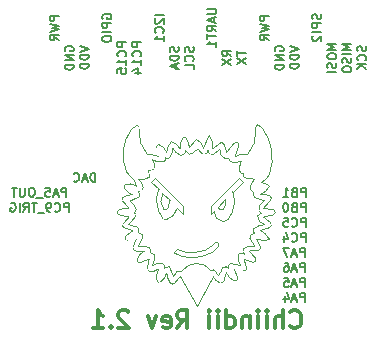
<source format=gbo>
G04 #@! TF.FileFunction,Legend,Bot*
%FSLAX46Y46*%
G04 Gerber Fmt 4.6, Leading zero omitted, Abs format (unit mm)*
G04 Created by KiCad (PCBNEW 4.0.2-stable) date Friday, March 18, 2016 'pmt' 12:09:26 pm*
%MOMM*%
G01*
G04 APERTURE LIST*
%ADD10C,0.100000*%
%ADD11C,0.300000*%
%ADD12C,0.190500*%
G04 APERTURE END LIST*
D10*
D11*
X81792857Y-69285714D02*
X81864286Y-69357143D01*
X82078572Y-69428571D01*
X82221429Y-69428571D01*
X82435714Y-69357143D01*
X82578572Y-69214286D01*
X82650000Y-69071429D01*
X82721429Y-68785714D01*
X82721429Y-68571429D01*
X82650000Y-68285714D01*
X82578572Y-68142857D01*
X82435714Y-68000000D01*
X82221429Y-67928571D01*
X82078572Y-67928571D01*
X81864286Y-68000000D01*
X81792857Y-68071429D01*
X81150000Y-69428571D02*
X81150000Y-67928571D01*
X80507143Y-69428571D02*
X80507143Y-68642857D01*
X80578572Y-68500000D01*
X80721429Y-68428571D01*
X80935714Y-68428571D01*
X81078572Y-68500000D01*
X81150000Y-68571429D01*
X79792857Y-69428571D02*
X79792857Y-68428571D01*
X79792857Y-67928571D02*
X79864286Y-68000000D01*
X79792857Y-68071429D01*
X79721429Y-68000000D01*
X79792857Y-67928571D01*
X79792857Y-68071429D01*
X79078571Y-69428571D02*
X79078571Y-68428571D01*
X79078571Y-67928571D02*
X79150000Y-68000000D01*
X79078571Y-68071429D01*
X79007143Y-68000000D01*
X79078571Y-67928571D01*
X79078571Y-68071429D01*
X78364285Y-68428571D02*
X78364285Y-69428571D01*
X78364285Y-68571429D02*
X78292857Y-68500000D01*
X78149999Y-68428571D01*
X77935714Y-68428571D01*
X77792857Y-68500000D01*
X77721428Y-68642857D01*
X77721428Y-69428571D01*
X76364285Y-69428571D02*
X76364285Y-67928571D01*
X76364285Y-69357143D02*
X76507142Y-69428571D01*
X76792856Y-69428571D01*
X76935714Y-69357143D01*
X77007142Y-69285714D01*
X77078571Y-69142857D01*
X77078571Y-68714286D01*
X77007142Y-68571429D01*
X76935714Y-68500000D01*
X76792856Y-68428571D01*
X76507142Y-68428571D01*
X76364285Y-68500000D01*
X75649999Y-69428571D02*
X75649999Y-68428571D01*
X75649999Y-67928571D02*
X75721428Y-68000000D01*
X75649999Y-68071429D01*
X75578571Y-68000000D01*
X75649999Y-67928571D01*
X75649999Y-68071429D01*
X74935713Y-69428571D02*
X74935713Y-68428571D01*
X74935713Y-67928571D02*
X75007142Y-68000000D01*
X74935713Y-68071429D01*
X74864285Y-68000000D01*
X74935713Y-67928571D01*
X74935713Y-68071429D01*
X72221427Y-69428571D02*
X72721427Y-68714286D01*
X73078570Y-69428571D02*
X73078570Y-67928571D01*
X72507142Y-67928571D01*
X72364284Y-68000000D01*
X72292856Y-68071429D01*
X72221427Y-68214286D01*
X72221427Y-68428571D01*
X72292856Y-68571429D01*
X72364284Y-68642857D01*
X72507142Y-68714286D01*
X73078570Y-68714286D01*
X71007142Y-69357143D02*
X71149999Y-69428571D01*
X71435713Y-69428571D01*
X71578570Y-69357143D01*
X71649999Y-69214286D01*
X71649999Y-68642857D01*
X71578570Y-68500000D01*
X71435713Y-68428571D01*
X71149999Y-68428571D01*
X71007142Y-68500000D01*
X70935713Y-68642857D01*
X70935713Y-68785714D01*
X71649999Y-68928571D01*
X70435713Y-68428571D02*
X70078570Y-69428571D01*
X69721428Y-68428571D01*
X68078571Y-68071429D02*
X68007142Y-68000000D01*
X67864285Y-67928571D01*
X67507142Y-67928571D01*
X67364285Y-68000000D01*
X67292856Y-68071429D01*
X67221428Y-68214286D01*
X67221428Y-68357143D01*
X67292856Y-68571429D01*
X68149999Y-69428571D01*
X67221428Y-69428571D01*
X66578571Y-69285714D02*
X66507143Y-69357143D01*
X66578571Y-69428571D01*
X66650000Y-69357143D01*
X66578571Y-69285714D01*
X66578571Y-69428571D01*
X65078571Y-69428571D02*
X65935714Y-69428571D01*
X65507142Y-69428571D02*
X65507142Y-67928571D01*
X65649999Y-68142857D01*
X65792857Y-68285714D01*
X65935714Y-68357143D01*
D10*
X68627260Y-59103380D02*
G75*
G02X68236040Y-58661196I816936J1116936D01*
G01*
X67598191Y-58393770D02*
G75*
G02X68467700Y-58130262I755247J-925789D01*
G01*
X67727260Y-58803380D02*
G75*
G02X67598191Y-58393770I36706J236706D01*
G01*
X67727259Y-58803380D02*
G75*
G02X68145261Y-59277936I-608747J-957572D01*
G01*
X68997428Y-58308209D02*
G75*
G02X68236040Y-58661196I-2973030J5415147D01*
G01*
X68510034Y-56870757D02*
X68739692Y-57389870D01*
X68627260Y-59103380D02*
G75*
G02X68579335Y-59670645I-218715J-267179D01*
G01*
X70338569Y-56723119D02*
X72712058Y-59095285D01*
X71001169Y-60163575D02*
G75*
G02X70638165Y-57656481I2134292J1588852D01*
G01*
X71087843Y-59373077D02*
G75*
G02X70990590Y-58034748I898190J737967D01*
G01*
X72712058Y-59095285D02*
X72712058Y-59724994D01*
X72712058Y-59724994D02*
X72226900Y-59245922D01*
X71594635Y-58613214D02*
G75*
G02X71431828Y-59262943I-1853296J119130D01*
G01*
X71266824Y-60255659D02*
G75*
G02X71001169Y-60163575I-65121J241369D01*
G01*
X71431826Y-59262944D02*
G75*
G02X71087842Y-59373077I-215880J82013D01*
G01*
X72226901Y-59245921D02*
G75*
G02X71266825Y-60255659I-1308927J283252D01*
G01*
X71594635Y-58613215D02*
X70990590Y-58034748D01*
X70338569Y-56723119D02*
X70028918Y-57042560D01*
X70638165Y-57656481D02*
X70638165Y-57656481D01*
X70028918Y-57042560D02*
X70638165Y-57656481D01*
X70990590Y-58034748D02*
X70990590Y-58034748D01*
X68881758Y-60891943D02*
G75*
G02X68978726Y-61412258I-555043J-372633D01*
G01*
X68978725Y-61412260D02*
G75*
G02X69298010Y-61712622I73930J-241293D01*
G01*
X68467700Y-61167150D02*
G75*
G02X67765187Y-60952947I1007369J4562947D01*
G01*
X67885041Y-61599364D02*
G75*
G02X68467700Y-61167150I3219913J-3731855D01*
G01*
X68061561Y-62052035D02*
G75*
G02X67885041Y-61599364I-26827J250291D01*
G01*
X68099841Y-60659147D02*
G75*
G02X68881758Y-60891943I-159588J-1965580D01*
G01*
X68689679Y-59977158D02*
G75*
G02X68099841Y-60659148I-2890439J1903814D01*
G01*
X68579335Y-59670646D02*
G75*
G02X68689679Y-59977158I-23687J-181645D01*
G01*
X67767307Y-60953494D02*
G75*
G02X67627260Y-60603380I57129J225919D01*
G01*
X67627260Y-60603380D02*
G75*
G02X68140763Y-60024061I3849644J-2895049D01*
G01*
X68140763Y-60024061D02*
G75*
G02X67281551Y-59828638I-39014J1815024D01*
G01*
X67287982Y-59830044D02*
G75*
G02X67233490Y-59452011I40058J198718D01*
G01*
X67233490Y-59452010D02*
G75*
G02X68145261Y-59277936I725885J-1327171D01*
G01*
X68817392Y-63614545D02*
G75*
G02X69427260Y-62903380I1059692J-291670D01*
G01*
X69957864Y-63070172D02*
G75*
G02X70274783Y-63178965I76684J-292612D01*
G01*
X69027261Y-63903381D02*
G75*
G02X68817391Y-63614545I-22189J204542D01*
G01*
X70274784Y-63178965D02*
G75*
G02X70082188Y-64155881I-1203081J-270259D01*
G01*
X69834891Y-63577239D02*
G75*
G02X69027260Y-63903380I-1701316J3049958D01*
G01*
X68758435Y-62899906D02*
G75*
G02X68464693Y-62593767I-21664J273206D01*
G01*
X69298010Y-61712622D02*
G75*
G02X68916434Y-62481333I-2271983J648717D01*
G01*
X68464693Y-62593767D02*
G75*
G02X68728824Y-61922138I5655423J-1836347D01*
G01*
X69827260Y-62603381D02*
G75*
G02X69957864Y-63070172I-314259J-339593D01*
G01*
X68916434Y-62481333D02*
G75*
G02X69827260Y-62603380I247642J-1611599D01*
G01*
X69427260Y-62903380D02*
G75*
G02X68758435Y-62899905I-313340J4058114D01*
G01*
X69687527Y-64387139D02*
G75*
G02X69834890Y-63577239I2861913J-102376D01*
G01*
X69827261Y-64603380D02*
G75*
G02X69688215Y-64369439I47359J186441D01*
G01*
X70657039Y-64408383D02*
G75*
G02X69863261Y-64628262I-691031J951931D01*
G01*
X70082188Y-64155881D02*
G75*
G02X70947646Y-63951554I692550J-998350D01*
G01*
X76527260Y-60203380D02*
G75*
G02X76026407Y-60366191I-389044J345021D01*
G01*
X75643622Y-62149452D02*
G75*
G02X75727260Y-62503380I-283866J-253928D01*
G01*
X76570667Y-64364860D02*
G75*
G02X76745664Y-63950916I253183J136928D01*
G01*
X76082879Y-64292319D02*
G75*
G02X76570666Y-64364859I207928J-278113D01*
G01*
X75212131Y-62418941D02*
G75*
G02X75643622Y-62149452I403911J-166537D01*
G01*
X78277481Y-62903610D02*
G75*
G02X78887081Y-63523664I-1392254J-1978469D01*
G01*
X78599749Y-63853089D02*
G75*
G02X77927260Y-63603380I92762J1280211D01*
G01*
X78887081Y-63523665D02*
G75*
G02X78599749Y-63853088I-218370J-99553D01*
G01*
X77442219Y-63160353D02*
G75*
G02X77927260Y-63203380I226732J-199500D01*
G01*
X77611612Y-64144416D02*
G75*
G02X77442219Y-63160353I685858J624672D01*
G01*
X78059666Y-64221920D02*
G75*
G02X77797356Y-64592408I-228561J-116279D01*
G01*
X78059667Y-64221921D02*
G75*
G02X77864202Y-63591615I4387331J1706028D01*
G01*
X77927260Y-63203380D02*
G75*
G02X77832017Y-62699708I197221J298135D01*
G01*
X77827259Y-62703380D02*
G75*
G02X78793770Y-62493505I702606J-905211D01*
G01*
X79083436Y-62845534D02*
G75*
G02X78277481Y-62903610I-582354J2460291D01*
G01*
X78793770Y-62493506D02*
G75*
G02X78365845Y-61832131I1078206J1166752D01*
G01*
X79227260Y-62503381D02*
G75*
G02X79083435Y-62845535I-241003J-99999D01*
G01*
X79227260Y-62503379D02*
G75*
G02X78952344Y-61916450I4327192J2384689D01*
G01*
X79256350Y-61160889D02*
G75*
G02X79984828Y-60934529I2200008J-5794737D01*
G01*
X79627261Y-61403380D02*
G75*
G02X79256351Y-61160889I329306J908615D01*
G01*
X79627260Y-61403380D02*
G75*
G02X80027260Y-61903380I-720106J-986085D01*
G01*
X80027260Y-61903380D02*
G75*
G02X79627260Y-62003380I-359684J588738D01*
G01*
X80127261Y-60503380D02*
G75*
G02X79960480Y-60940532I-189957J-177919D01*
G01*
X78778614Y-61390752D02*
G75*
G02X78672358Y-61022936I85643J223997D01*
G01*
X78435180Y-61544337D02*
G75*
G02X78778616Y-61390752I297014J-203386D01*
G01*
X78672357Y-61022936D02*
G75*
G02X79609569Y-60656327I1047515J-1296636D01*
G01*
X78365845Y-61832130D02*
G75*
G02X78435180Y-61544337I394885J57113D01*
G01*
X79627260Y-62003380D02*
G75*
G02X78952344Y-61916450I1276724J12575875D01*
G01*
X75911388Y-64651493D02*
G75*
G02X76082880Y-64292318I490696J-13761D01*
G01*
X76144321Y-65500847D02*
G75*
G02X75853672Y-65606148I-207405J118704D01*
G01*
X75241828Y-65060405D02*
X75241828Y-65060405D01*
X76362001Y-64743733D02*
G75*
G02X76144321Y-65500848I-4001615J740667D01*
G01*
X75717372Y-65011544D02*
G75*
G02X75427260Y-64603380I574244J715342D01*
G01*
X75853672Y-65606147D02*
G75*
G02X75241828Y-65060405I291173J942287D01*
G01*
X77035730Y-65423282D02*
G75*
G02X76362002Y-64743733I676914J1344869D01*
G01*
X77322216Y-65170987D02*
G75*
G02X77035730Y-65423282I-210762J-49478D01*
G01*
X77322217Y-65170987D02*
G75*
G02X77044346Y-64411470I9528891J3916750D01*
G01*
X76745664Y-63950916D02*
G75*
G02X77611612Y-64144416I42991J-1841996D01*
G01*
X74595300Y-54681594D02*
G75*
G02X74185444Y-54474902I-123258J265292D01*
G01*
X73832480Y-53462396D02*
G75*
G02X74427260Y-54203380I-265669J-822453D01*
G01*
X74927260Y-53103380D02*
G75*
G02X75240858Y-54238066I-1510874J-1028244D01*
G01*
X73691972Y-54431317D02*
G75*
G02X74195110Y-54530545I238365J-116564D01*
G01*
X74436259Y-54162306D02*
G75*
G02X74927260Y-53103380I2715844J-615980D01*
G01*
X74823079Y-54342927D02*
G75*
G02X74595299Y-54681594I-291654J-49773D01*
G01*
X75254516Y-54726749D02*
G75*
G02X74823080Y-54342928I-113158J307193D01*
G01*
X73256131Y-54123060D02*
G75*
G02X73095254Y-53570763I1408927J709979D01*
G01*
X72927259Y-54403380D02*
G75*
G02X72862342Y-54635659I-269108J-50000D01*
G01*
X73227260Y-54703380D02*
G75*
G02X72931601Y-54441346I54856J359711D01*
G01*
X73691970Y-54431317D02*
G75*
G02X73227260Y-54703380I-456835J247402D01*
G01*
X72737657Y-53247222D02*
G75*
G02X73095254Y-53570763I-6882J-366995D01*
G01*
X73256130Y-54123059D02*
G75*
G02X73832481Y-53462395I2216099J-1351551D01*
G01*
X76584147Y-55055362D02*
G75*
G02X76297599Y-55093003I-190825J343175D01*
G01*
X77627260Y-55303380D02*
G75*
G02X76713175Y-55334322I-497816J1189081D01*
G01*
X76713176Y-55334321D02*
G75*
G02X76584147Y-55055363I196408J260165D01*
G01*
X77127260Y-54903380D02*
G75*
G02X77380759Y-54092970I1932085J-159510D01*
G01*
X78862562Y-52611408D02*
G75*
G02X79027260Y-52203380I394851J77875D01*
G01*
X77522229Y-56166132D02*
G75*
G02X77627260Y-55303380I1386270J269006D01*
G01*
X78862563Y-52611407D02*
G75*
G02X78167061Y-54729573I-2651292J-302714D01*
G01*
X79027260Y-52203380D02*
G75*
G02X79427260Y-52503380I-250000J-750000D01*
G01*
X77824249Y-56346963D02*
G75*
G02X77522229Y-56166132I-43635J269751D01*
G01*
X77127260Y-54903380D02*
G75*
G02X78167061Y-54729573I677265J-854530D01*
G01*
X79427260Y-52503380D02*
G75*
G02X80027260Y-56403380I-3396875J-2518750D01*
G01*
X76407297Y-54552740D02*
G75*
G02X76288519Y-54230040I519004J374242D01*
G01*
X77011808Y-53775104D02*
G75*
G02X77380759Y-54092970I175891J-168897D01*
G01*
X76407297Y-54552740D02*
G75*
G02X77011808Y-53775105I1838403J-805340D01*
G01*
X75827260Y-54303380D02*
G75*
G02X75254517Y-54726750I-1131155J931155D01*
G01*
X75984053Y-53677151D02*
G75*
G02X76288519Y-54230040I-369855J-563949D01*
G01*
X75240857Y-54238066D02*
G75*
G02X75984053Y-53677151I2243600J-2199890D01*
G01*
X76297598Y-55093003D02*
G75*
G02X75827260Y-54303380I224443J668579D01*
G01*
X76127261Y-59403380D02*
G75*
G02X75647169Y-59167605I-134079J333661D01*
G01*
X76289577Y-58508881D02*
X76289577Y-58508881D01*
X76907292Y-57882612D02*
G75*
G02X76527260Y-60203380I-2306901J-813739D01*
G01*
X76289578Y-58508881D02*
G75*
G02X76127260Y-59403380I-1220202J-240557D01*
G01*
X75647169Y-59167605D02*
X76289577Y-58508881D01*
X77756164Y-57082733D02*
X76907291Y-57882612D01*
X75060147Y-59095285D02*
X77433548Y-56723119D01*
X76907291Y-57882612D02*
X76907291Y-57882612D01*
X80397599Y-59427647D02*
G75*
G02X80383608Y-59832180I-86492J-199517D01*
G01*
X79513173Y-59279614D02*
G75*
G02X80397599Y-59427648I-22109J-2848088D01*
G01*
X79127260Y-58503380D02*
G75*
G02X79600838Y-58634029I-22390J-1004803D01*
G01*
X80383608Y-59832180D02*
G75*
G02X79521375Y-60020270I-1599218J5260702D01*
G01*
X80127260Y-58603380D02*
G75*
G02X79513173Y-59279613I-1925634J1131726D01*
G01*
X79123498Y-59532608D02*
G75*
G02X79600838Y-58634029I898962J98531D01*
G01*
X79248325Y-58133085D02*
G75*
G02X80027260Y-58203380I288475J-1154240D01*
G01*
X80027259Y-58203380D02*
G75*
G02X80127260Y-58603380I-123862J-243466D01*
G01*
X80027260Y-56403380D02*
G75*
G02X79327260Y-57103380I-1550059J850059D01*
G01*
X79327260Y-57103380D02*
G75*
G02X80027260Y-57403380I-50292J-1084014D01*
G01*
X80027260Y-57403380D02*
G75*
G02X79248325Y-58133085I-1474477J793358D01*
G01*
X78627260Y-57903380D02*
G75*
G02X78384147Y-57654751I105322J346159D01*
G01*
X78787597Y-56814754D02*
G75*
G02X77927260Y-56703380I-181466J1976856D01*
G01*
X77927259Y-56703380D02*
G75*
G02X77824250Y-56346962I73559J214354D01*
G01*
X79127260Y-58503380D02*
G75*
G02X78627260Y-57903380I-10000J500000D01*
G01*
X78384148Y-57654751D02*
G75*
G02X78787597Y-56814754I1134411J-27970D01*
G01*
X77433548Y-56723119D02*
X77756164Y-57082733D01*
X75527260Y-60103380D02*
G75*
G02X75310707Y-59482283I1475503J862751D01*
G01*
X75060147Y-59722436D02*
X75310707Y-59482283D01*
X76026407Y-60366191D02*
G75*
G02X75527260Y-60103380I79937J757232D01*
G01*
X75060147Y-59095285D02*
X75060147Y-59722436D01*
X79123497Y-59532608D02*
G75*
G02X79327260Y-59703380I-70278J-290803D01*
G01*
X79327260Y-59703380D02*
G75*
G02X79027260Y-59903380I-450000J350000D01*
G01*
X79609569Y-60656328D02*
G75*
G02X79027260Y-59903380I106208J683783D01*
G01*
X79521375Y-60020270D02*
G75*
G02X80127260Y-60503380I-907149J-1759172D01*
G01*
X70467245Y-65340069D02*
G75*
G02X70657039Y-64408383I1624691J154208D01*
G01*
X70827259Y-65503379D02*
G75*
G02X70467245Y-65340070I-142044J165343D01*
G01*
X71323525Y-64743522D02*
G75*
G02X70827260Y-65503380I-1293593J302863D01*
G01*
X71627260Y-65603379D02*
G75*
G02X71323525Y-64743522I1325550J951810D01*
G01*
X71134134Y-64366915D02*
G75*
G02X71527260Y-64203380I416377J-446649D01*
G01*
X70947645Y-63951555D02*
G75*
G02X71134134Y-64366915I-137307J-311193D01*
G01*
X71969686Y-65644637D02*
G75*
G02X71627260Y-65603380I-157547J134055D01*
G01*
X71527261Y-64203380D02*
G75*
G02X71916409Y-65048652I-1510817J-1207769D01*
G01*
X71916408Y-65048652D02*
G75*
G02X72616102Y-64590856I550165J-77267D01*
G01*
X72474991Y-65044794D02*
G75*
G02X71969686Y-65644636I-1635792J865232D01*
G01*
X74427260Y-63303381D02*
G75*
G02X71947588Y-63060861I-965891J2922247D01*
G01*
X72616102Y-64590856D02*
G75*
G02X75091721Y-64583095I1240515J-859100D01*
G01*
X75227260Y-62403380D02*
G75*
G02X73838389Y-62996831I-1393886J1340217D01*
G01*
X73838389Y-62996831D02*
G75*
G02X72246479Y-62779432I-473348J2470996D01*
G01*
X75091720Y-64583095D02*
G75*
G02X75427260Y-64603380I162757J-93068D01*
G01*
X71947588Y-63060860D02*
G75*
G02X72246479Y-62779432I1329554J-1112620D01*
G01*
X75727261Y-62503381D02*
G75*
G02X74427260Y-63303380I-1595400J1136275D01*
G01*
X75106087Y-65360918D02*
X75241828Y-65060405D01*
X75911387Y-64651494D02*
G75*
G02X75717372Y-65011543I-450564J10492D01*
G01*
X73927290Y-67522000D02*
X75106087Y-65360918D01*
X72474991Y-65044794D02*
X73927290Y-67522000D01*
X67913357Y-57774455D02*
G75*
G02X67811515Y-57236010I149349J307102D01*
G01*
X68467701Y-58130262D02*
G75*
G02X67913357Y-57774455I79608J733763D01*
G01*
X67811516Y-57236010D02*
G75*
G02X68739692Y-57389870I281400J-1179014D01*
G01*
X68890062Y-57831810D02*
G75*
G02X68997428Y-58308209I-285375J-314613D01*
G01*
X69327259Y-57503380D02*
G75*
G02X68890063Y-57831810I-289165J-70278D01*
G01*
X70594903Y-53860246D02*
G75*
G02X71322291Y-54551420I-213372J-952888D01*
G01*
X69990392Y-54728700D02*
G75*
G02X70658363Y-54887706I-111028J-1948969D01*
G01*
X70414928Y-54188185D02*
G75*
G02X70594903Y-53860247I310072J43185D01*
G01*
X71084568Y-55326336D02*
G75*
G02X70082452Y-55142850I-327303J1040719D01*
G01*
X71227261Y-55003380D02*
G75*
G02X71084567Y-55326335I-223507J-94248D01*
G01*
X71566612Y-54985211D02*
G75*
G02X71227260Y-55003380I-173558J63418D01*
G01*
X69676759Y-54719167D02*
G75*
G02X68981257Y-52601089I2026311J1838597D01*
G01*
X69815136Y-56291494D02*
G75*
G02X69993381Y-56045619I104650J111681D01*
G01*
X70282471Y-55789310D02*
G75*
G02X69993381Y-56045619I-203487J-61674D01*
G01*
X69990391Y-54728702D02*
G75*
G02X69676758Y-54719167I-138589J604375D01*
G01*
X67927260Y-56203380D02*
G75*
G02X68327260Y-52603380I3350000J1450000D01*
G01*
X68818450Y-52251839D02*
G75*
G02X68981257Y-52601089I-92463J-255675D01*
G01*
X70082452Y-55142849D02*
G75*
G02X70282470Y-55789310I-670889J-561750D01*
G01*
X68327260Y-52603380D02*
G75*
G02X68818450Y-52251839I802845J-602845D01*
G01*
X71322291Y-54551420D02*
G75*
G02X71710270Y-53641715I1385418J-53278D01*
G01*
X71710270Y-53641714D02*
G75*
G02X72452414Y-54248649I-232338J-1041302D01*
G01*
X72452414Y-54248649D02*
G75*
G02X72737656Y-53247221I1438089J131719D01*
G01*
X71833905Y-54184882D02*
G75*
G02X71566611Y-54985210I-1214147J-39298D01*
G01*
X72527260Y-54803379D02*
G75*
G02X71833906Y-54184881I333809J1072093D01*
G01*
X72862342Y-54635659D02*
G75*
G02X72527260Y-54803380I-293363J167513D01*
G01*
X68927260Y-56803380D02*
G75*
G02X69327260Y-57503380I-850000J-950000D01*
G01*
X69903941Y-56639577D02*
G75*
G02X68939666Y-56814627I-751541J1396503D01*
G01*
X68510034Y-56870757D02*
G75*
G02X67927260Y-56203380I1653986J2032447D01*
G01*
X69815134Y-56291494D02*
G75*
G02X69903941Y-56639577I-181575J-231696D01*
G01*
D12*
X65282142Y-57029714D02*
X65282142Y-56267714D01*
X65100714Y-56267714D01*
X64991857Y-56304000D01*
X64919285Y-56376571D01*
X64883000Y-56449143D01*
X64846714Y-56594286D01*
X64846714Y-56703143D01*
X64883000Y-56848286D01*
X64919285Y-56920857D01*
X64991857Y-56993429D01*
X65100714Y-57029714D01*
X65282142Y-57029714D01*
X64556428Y-56812000D02*
X64193571Y-56812000D01*
X64629000Y-57029714D02*
X64375000Y-56267714D01*
X64121000Y-57029714D01*
X63431571Y-56957143D02*
X63467857Y-56993429D01*
X63576714Y-57029714D01*
X63649285Y-57029714D01*
X63758142Y-56993429D01*
X63830714Y-56920857D01*
X63866999Y-56848286D01*
X63903285Y-56703143D01*
X63903285Y-56594286D01*
X63866999Y-56449143D01*
X63830714Y-56376571D01*
X63758142Y-56304000D01*
X63649285Y-56267714D01*
X63576714Y-56267714D01*
X63467857Y-56304000D01*
X63431571Y-56340286D01*
X63032427Y-59569714D02*
X63032427Y-58807714D01*
X62742142Y-58807714D01*
X62669570Y-58844000D01*
X62633285Y-58880286D01*
X62596999Y-58952857D01*
X62596999Y-59061714D01*
X62633285Y-59134286D01*
X62669570Y-59170571D01*
X62742142Y-59206857D01*
X63032427Y-59206857D01*
X61834999Y-59497143D02*
X61871285Y-59533429D01*
X61980142Y-59569714D01*
X62052713Y-59569714D01*
X62161570Y-59533429D01*
X62234142Y-59460857D01*
X62270427Y-59388286D01*
X62306713Y-59243143D01*
X62306713Y-59134286D01*
X62270427Y-58989143D01*
X62234142Y-58916571D01*
X62161570Y-58844000D01*
X62052713Y-58807714D01*
X61980142Y-58807714D01*
X61871285Y-58844000D01*
X61834999Y-58880286D01*
X61472142Y-59569714D02*
X61326999Y-59569714D01*
X61254427Y-59533429D01*
X61218142Y-59497143D01*
X61145570Y-59388286D01*
X61109285Y-59243143D01*
X61109285Y-58952857D01*
X61145570Y-58880286D01*
X61181856Y-58844000D01*
X61254427Y-58807714D01*
X61399570Y-58807714D01*
X61472142Y-58844000D01*
X61508427Y-58880286D01*
X61544713Y-58952857D01*
X61544713Y-59134286D01*
X61508427Y-59206857D01*
X61472142Y-59243143D01*
X61399570Y-59279429D01*
X61254427Y-59279429D01*
X61181856Y-59243143D01*
X61145570Y-59206857D01*
X61109285Y-59134286D01*
X60964142Y-59642286D02*
X60383571Y-59642286D01*
X60311000Y-58807714D02*
X59875571Y-58807714D01*
X60093285Y-59569714D02*
X60093285Y-58807714D01*
X59186143Y-59569714D02*
X59440143Y-59206857D01*
X59621571Y-59569714D02*
X59621571Y-58807714D01*
X59331286Y-58807714D01*
X59258714Y-58844000D01*
X59222429Y-58880286D01*
X59186143Y-58952857D01*
X59186143Y-59061714D01*
X59222429Y-59134286D01*
X59258714Y-59170571D01*
X59331286Y-59206857D01*
X59621571Y-59206857D01*
X58859571Y-59569714D02*
X58859571Y-58807714D01*
X58097572Y-58844000D02*
X58170143Y-58807714D01*
X58279000Y-58807714D01*
X58387857Y-58844000D01*
X58460429Y-58916571D01*
X58496714Y-58989143D01*
X58533000Y-59134286D01*
X58533000Y-59243143D01*
X58496714Y-59388286D01*
X58460429Y-59460857D01*
X58387857Y-59533429D01*
X58279000Y-59569714D01*
X58206429Y-59569714D01*
X58097572Y-59533429D01*
X58061286Y-59497143D01*
X58061286Y-59243143D01*
X58206429Y-59243143D01*
X62832856Y-58299714D02*
X62832856Y-57537714D01*
X62542571Y-57537714D01*
X62469999Y-57574000D01*
X62433714Y-57610286D01*
X62397428Y-57682857D01*
X62397428Y-57791714D01*
X62433714Y-57864286D01*
X62469999Y-57900571D01*
X62542571Y-57936857D01*
X62832856Y-57936857D01*
X62107142Y-58082000D02*
X61744285Y-58082000D01*
X62179714Y-58299714D02*
X61925714Y-57537714D01*
X61671714Y-58299714D01*
X61054856Y-57537714D02*
X61417713Y-57537714D01*
X61453999Y-57900571D01*
X61417713Y-57864286D01*
X61345142Y-57828000D01*
X61163713Y-57828000D01*
X61091142Y-57864286D01*
X61054856Y-57900571D01*
X61018571Y-57973143D01*
X61018571Y-58154571D01*
X61054856Y-58227143D01*
X61091142Y-58263429D01*
X61163713Y-58299714D01*
X61345142Y-58299714D01*
X61417713Y-58263429D01*
X61453999Y-58227143D01*
X60873428Y-58372286D02*
X60292857Y-58372286D01*
X59966286Y-57537714D02*
X59821143Y-57537714D01*
X59748571Y-57574000D01*
X59676000Y-57646571D01*
X59639714Y-57791714D01*
X59639714Y-58045714D01*
X59676000Y-58190857D01*
X59748571Y-58263429D01*
X59821143Y-58299714D01*
X59966286Y-58299714D01*
X60038857Y-58263429D01*
X60111428Y-58190857D01*
X60147714Y-58045714D01*
X60147714Y-57791714D01*
X60111428Y-57646571D01*
X60038857Y-57574000D01*
X59966286Y-57537714D01*
X59313142Y-57537714D02*
X59313142Y-58154571D01*
X59276857Y-58227143D01*
X59240571Y-58263429D01*
X59168000Y-58299714D01*
X59022857Y-58299714D01*
X58950285Y-58263429D01*
X58914000Y-58227143D01*
X58877714Y-58154571D01*
X58877714Y-57537714D01*
X58623714Y-57537714D02*
X58188285Y-57537714D01*
X58405999Y-58299714D02*
X58405999Y-57537714D01*
X84368429Y-42842001D02*
X84404714Y-42950858D01*
X84404714Y-43132287D01*
X84368429Y-43204858D01*
X84332143Y-43241144D01*
X84259571Y-43277429D01*
X84187000Y-43277429D01*
X84114429Y-43241144D01*
X84078143Y-43204858D01*
X84041857Y-43132287D01*
X84005571Y-42987144D01*
X83969286Y-42914572D01*
X83933000Y-42878287D01*
X83860429Y-42842001D01*
X83787857Y-42842001D01*
X83715286Y-42878287D01*
X83679000Y-42914572D01*
X83642714Y-42987144D01*
X83642714Y-43168572D01*
X83679000Y-43277429D01*
X84404714Y-43604001D02*
X83642714Y-43604001D01*
X83642714Y-43894286D01*
X83679000Y-43966858D01*
X83715286Y-44003143D01*
X83787857Y-44039429D01*
X83896714Y-44039429D01*
X83969286Y-44003143D01*
X84005571Y-43966858D01*
X84041857Y-43894286D01*
X84041857Y-43604001D01*
X84404714Y-44366001D02*
X83642714Y-44366001D01*
X83715286Y-44692572D02*
X83679000Y-44728858D01*
X83642714Y-44801429D01*
X83642714Y-44982858D01*
X83679000Y-45055429D01*
X83715286Y-45091715D01*
X83787857Y-45128000D01*
X83860429Y-45128000D01*
X83969286Y-45091715D01*
X84404714Y-44656286D01*
X84404714Y-45128000D01*
X88178429Y-45545286D02*
X88214714Y-45654143D01*
X88214714Y-45835572D01*
X88178429Y-45908143D01*
X88142143Y-45944429D01*
X88069571Y-45980714D01*
X87997000Y-45980714D01*
X87924429Y-45944429D01*
X87888143Y-45908143D01*
X87851857Y-45835572D01*
X87815571Y-45690429D01*
X87779286Y-45617857D01*
X87743000Y-45581572D01*
X87670429Y-45545286D01*
X87597857Y-45545286D01*
X87525286Y-45581572D01*
X87489000Y-45617857D01*
X87452714Y-45690429D01*
X87452714Y-45871857D01*
X87489000Y-45980714D01*
X88142143Y-46742714D02*
X88178429Y-46706428D01*
X88214714Y-46597571D01*
X88214714Y-46525000D01*
X88178429Y-46416143D01*
X88105857Y-46343571D01*
X88033286Y-46307286D01*
X87888143Y-46271000D01*
X87779286Y-46271000D01*
X87634143Y-46307286D01*
X87561571Y-46343571D01*
X87489000Y-46416143D01*
X87452714Y-46525000D01*
X87452714Y-46597571D01*
X87489000Y-46706428D01*
X87525286Y-46742714D01*
X88214714Y-47069286D02*
X87452714Y-47069286D01*
X88214714Y-47504714D02*
X87779286Y-47178143D01*
X87452714Y-47504714D02*
X87888143Y-47069286D01*
X86944714Y-45327572D02*
X86182714Y-45327572D01*
X86727000Y-45581572D01*
X86182714Y-45835572D01*
X86944714Y-45835572D01*
X86944714Y-46198429D02*
X86182714Y-46198429D01*
X86908429Y-46525000D02*
X86944714Y-46633857D01*
X86944714Y-46815286D01*
X86908429Y-46887857D01*
X86872143Y-46924143D01*
X86799571Y-46960428D01*
X86727000Y-46960428D01*
X86654429Y-46924143D01*
X86618143Y-46887857D01*
X86581857Y-46815286D01*
X86545571Y-46670143D01*
X86509286Y-46597571D01*
X86473000Y-46561286D01*
X86400429Y-46525000D01*
X86327857Y-46525000D01*
X86255286Y-46561286D01*
X86219000Y-46597571D01*
X86182714Y-46670143D01*
X86182714Y-46851571D01*
X86219000Y-46960428D01*
X86182714Y-47432142D02*
X86182714Y-47577285D01*
X86219000Y-47649857D01*
X86291571Y-47722428D01*
X86436714Y-47758714D01*
X86690714Y-47758714D01*
X86835857Y-47722428D01*
X86908429Y-47649857D01*
X86944714Y-47577285D01*
X86944714Y-47432142D01*
X86908429Y-47359571D01*
X86835857Y-47287000D01*
X86690714Y-47250714D01*
X86436714Y-47250714D01*
X86291571Y-47287000D01*
X86219000Y-47359571D01*
X86182714Y-47432142D01*
X85674714Y-45327572D02*
X84912714Y-45327572D01*
X85457000Y-45581572D01*
X84912714Y-45835572D01*
X85674714Y-45835572D01*
X84912714Y-46343571D02*
X84912714Y-46488714D01*
X84949000Y-46561286D01*
X85021571Y-46633857D01*
X85166714Y-46670143D01*
X85420714Y-46670143D01*
X85565857Y-46633857D01*
X85638429Y-46561286D01*
X85674714Y-46488714D01*
X85674714Y-46343571D01*
X85638429Y-46271000D01*
X85565857Y-46198429D01*
X85420714Y-46162143D01*
X85166714Y-46162143D01*
X85021571Y-46198429D01*
X84949000Y-46271000D01*
X84912714Y-46343571D01*
X85638429Y-46960429D02*
X85674714Y-47069286D01*
X85674714Y-47250715D01*
X85638429Y-47323286D01*
X85602143Y-47359572D01*
X85529571Y-47395857D01*
X85457000Y-47395857D01*
X85384429Y-47359572D01*
X85348143Y-47323286D01*
X85311857Y-47250715D01*
X85275571Y-47105572D01*
X85239286Y-47033000D01*
X85203000Y-46996715D01*
X85130429Y-46960429D01*
X85057857Y-46960429D01*
X84985286Y-46996715D01*
X84949000Y-47033000D01*
X84912714Y-47105572D01*
X84912714Y-47287000D01*
X84949000Y-47395857D01*
X85674714Y-47722429D02*
X84912714Y-47722429D01*
X83043999Y-67189714D02*
X83043999Y-66427714D01*
X82753714Y-66427714D01*
X82681142Y-66464000D01*
X82644857Y-66500286D01*
X82608571Y-66572857D01*
X82608571Y-66681714D01*
X82644857Y-66754286D01*
X82681142Y-66790571D01*
X82753714Y-66826857D01*
X83043999Y-66826857D01*
X82318285Y-66972000D02*
X81955428Y-66972000D01*
X82390857Y-67189714D02*
X82136857Y-66427714D01*
X81882857Y-67189714D01*
X81302285Y-66681714D02*
X81302285Y-67189714D01*
X81483714Y-66391429D02*
X81665142Y-66935714D01*
X81193428Y-66935714D01*
X83043999Y-65919714D02*
X83043999Y-65157714D01*
X82753714Y-65157714D01*
X82681142Y-65194000D01*
X82644857Y-65230286D01*
X82608571Y-65302857D01*
X82608571Y-65411714D01*
X82644857Y-65484286D01*
X82681142Y-65520571D01*
X82753714Y-65556857D01*
X83043999Y-65556857D01*
X82318285Y-65702000D02*
X81955428Y-65702000D01*
X82390857Y-65919714D02*
X82136857Y-65157714D01*
X81882857Y-65919714D01*
X81265999Y-65157714D02*
X81628856Y-65157714D01*
X81665142Y-65520571D01*
X81628856Y-65484286D01*
X81556285Y-65448000D01*
X81374856Y-65448000D01*
X81302285Y-65484286D01*
X81265999Y-65520571D01*
X81229714Y-65593143D01*
X81229714Y-65774571D01*
X81265999Y-65847143D01*
X81302285Y-65883429D01*
X81374856Y-65919714D01*
X81556285Y-65919714D01*
X81628856Y-65883429D01*
X81665142Y-65847143D01*
X83043999Y-64649714D02*
X83043999Y-63887714D01*
X82753714Y-63887714D01*
X82681142Y-63924000D01*
X82644857Y-63960286D01*
X82608571Y-64032857D01*
X82608571Y-64141714D01*
X82644857Y-64214286D01*
X82681142Y-64250571D01*
X82753714Y-64286857D01*
X83043999Y-64286857D01*
X82318285Y-64432000D02*
X81955428Y-64432000D01*
X82390857Y-64649714D02*
X82136857Y-63887714D01*
X81882857Y-64649714D01*
X81302285Y-63887714D02*
X81447428Y-63887714D01*
X81519999Y-63924000D01*
X81556285Y-63960286D01*
X81628856Y-64069143D01*
X81665142Y-64214286D01*
X81665142Y-64504571D01*
X81628856Y-64577143D01*
X81592571Y-64613429D01*
X81519999Y-64649714D01*
X81374856Y-64649714D01*
X81302285Y-64613429D01*
X81265999Y-64577143D01*
X81229714Y-64504571D01*
X81229714Y-64323143D01*
X81265999Y-64250571D01*
X81302285Y-64214286D01*
X81374856Y-64178000D01*
X81519999Y-64178000D01*
X81592571Y-64214286D01*
X81628856Y-64250571D01*
X81665142Y-64323143D01*
X83043999Y-63379714D02*
X83043999Y-62617714D01*
X82753714Y-62617714D01*
X82681142Y-62654000D01*
X82644857Y-62690286D01*
X82608571Y-62762857D01*
X82608571Y-62871714D01*
X82644857Y-62944286D01*
X82681142Y-62980571D01*
X82753714Y-63016857D01*
X83043999Y-63016857D01*
X82318285Y-63162000D02*
X81955428Y-63162000D01*
X82390857Y-63379714D02*
X82136857Y-62617714D01*
X81882857Y-63379714D01*
X81701428Y-62617714D02*
X81193428Y-62617714D01*
X81519999Y-63379714D01*
X83098428Y-62109714D02*
X83098428Y-61347714D01*
X82808143Y-61347714D01*
X82735571Y-61384000D01*
X82699286Y-61420286D01*
X82663000Y-61492857D01*
X82663000Y-61601714D01*
X82699286Y-61674286D01*
X82735571Y-61710571D01*
X82808143Y-61746857D01*
X83098428Y-61746857D01*
X81901000Y-62037143D02*
X81937286Y-62073429D01*
X82046143Y-62109714D01*
X82118714Y-62109714D01*
X82227571Y-62073429D01*
X82300143Y-62000857D01*
X82336428Y-61928286D01*
X82372714Y-61783143D01*
X82372714Y-61674286D01*
X82336428Y-61529143D01*
X82300143Y-61456571D01*
X82227571Y-61384000D01*
X82118714Y-61347714D01*
X82046143Y-61347714D01*
X81937286Y-61384000D01*
X81901000Y-61420286D01*
X81247857Y-61601714D02*
X81247857Y-62109714D01*
X81429286Y-61311429D02*
X81610714Y-61855714D01*
X81139000Y-61855714D01*
X83098428Y-60839714D02*
X83098428Y-60077714D01*
X82808143Y-60077714D01*
X82735571Y-60114000D01*
X82699286Y-60150286D01*
X82663000Y-60222857D01*
X82663000Y-60331714D01*
X82699286Y-60404286D01*
X82735571Y-60440571D01*
X82808143Y-60476857D01*
X83098428Y-60476857D01*
X81901000Y-60767143D02*
X81937286Y-60803429D01*
X82046143Y-60839714D01*
X82118714Y-60839714D01*
X82227571Y-60803429D01*
X82300143Y-60730857D01*
X82336428Y-60658286D01*
X82372714Y-60513143D01*
X82372714Y-60404286D01*
X82336428Y-60259143D01*
X82300143Y-60186571D01*
X82227571Y-60114000D01*
X82118714Y-60077714D01*
X82046143Y-60077714D01*
X81937286Y-60114000D01*
X81901000Y-60150286D01*
X81211571Y-60077714D02*
X81574428Y-60077714D01*
X81610714Y-60440571D01*
X81574428Y-60404286D01*
X81501857Y-60368000D01*
X81320428Y-60368000D01*
X81247857Y-60404286D01*
X81211571Y-60440571D01*
X81175286Y-60513143D01*
X81175286Y-60694571D01*
X81211571Y-60767143D01*
X81247857Y-60803429D01*
X81320428Y-60839714D01*
X81501857Y-60839714D01*
X81574428Y-60803429D01*
X81610714Y-60767143D01*
X83098428Y-59569714D02*
X83098428Y-58807714D01*
X82808143Y-58807714D01*
X82735571Y-58844000D01*
X82699286Y-58880286D01*
X82663000Y-58952857D01*
X82663000Y-59061714D01*
X82699286Y-59134286D01*
X82735571Y-59170571D01*
X82808143Y-59206857D01*
X83098428Y-59206857D01*
X82082428Y-59170571D02*
X81973571Y-59206857D01*
X81937286Y-59243143D01*
X81901000Y-59315714D01*
X81901000Y-59424571D01*
X81937286Y-59497143D01*
X81973571Y-59533429D01*
X82046143Y-59569714D01*
X82336428Y-59569714D01*
X82336428Y-58807714D01*
X82082428Y-58807714D01*
X82009857Y-58844000D01*
X81973571Y-58880286D01*
X81937286Y-58952857D01*
X81937286Y-59025429D01*
X81973571Y-59098000D01*
X82009857Y-59134286D01*
X82082428Y-59170571D01*
X82336428Y-59170571D01*
X81429286Y-58807714D02*
X81356714Y-58807714D01*
X81284143Y-58844000D01*
X81247857Y-58880286D01*
X81211571Y-58952857D01*
X81175286Y-59098000D01*
X81175286Y-59279429D01*
X81211571Y-59424571D01*
X81247857Y-59497143D01*
X81284143Y-59533429D01*
X81356714Y-59569714D01*
X81429286Y-59569714D01*
X81501857Y-59533429D01*
X81538143Y-59497143D01*
X81574428Y-59424571D01*
X81610714Y-59279429D01*
X81610714Y-59098000D01*
X81574428Y-58952857D01*
X81538143Y-58880286D01*
X81501857Y-58844000D01*
X81429286Y-58807714D01*
X83098428Y-58299714D02*
X83098428Y-57537714D01*
X82808143Y-57537714D01*
X82735571Y-57574000D01*
X82699286Y-57610286D01*
X82663000Y-57682857D01*
X82663000Y-57791714D01*
X82699286Y-57864286D01*
X82735571Y-57900571D01*
X82808143Y-57936857D01*
X83098428Y-57936857D01*
X82082428Y-57900571D02*
X81973571Y-57936857D01*
X81937286Y-57973143D01*
X81901000Y-58045714D01*
X81901000Y-58154571D01*
X81937286Y-58227143D01*
X81973571Y-58263429D01*
X82046143Y-58299714D01*
X82336428Y-58299714D01*
X82336428Y-57537714D01*
X82082428Y-57537714D01*
X82009857Y-57574000D01*
X81973571Y-57610286D01*
X81937286Y-57682857D01*
X81937286Y-57755429D01*
X81973571Y-57828000D01*
X82009857Y-57864286D01*
X82082428Y-57900571D01*
X82336428Y-57900571D01*
X81175286Y-58299714D02*
X81610714Y-58299714D01*
X81393000Y-58299714D02*
X81393000Y-57537714D01*
X81465571Y-57646571D01*
X81538143Y-57719143D01*
X81610714Y-57755429D01*
X62179714Y-42969001D02*
X61417714Y-42969001D01*
X61417714Y-43259286D01*
X61454000Y-43331858D01*
X61490286Y-43368143D01*
X61562857Y-43404429D01*
X61671714Y-43404429D01*
X61744286Y-43368143D01*
X61780571Y-43331858D01*
X61816857Y-43259286D01*
X61816857Y-42969001D01*
X61417714Y-43658429D02*
X62179714Y-43839858D01*
X61635429Y-43985001D01*
X62179714Y-44130143D01*
X61417714Y-44311572D01*
X62179714Y-45037286D02*
X61816857Y-44783286D01*
X62179714Y-44601858D02*
X61417714Y-44601858D01*
X61417714Y-44892143D01*
X61454000Y-44964715D01*
X61490286Y-45001000D01*
X61562857Y-45037286D01*
X61671714Y-45037286D01*
X61744286Y-45001000D01*
X61780571Y-44964715D01*
X61816857Y-44892143D01*
X61816857Y-44601858D01*
X62724000Y-45944428D02*
X62687714Y-45871857D01*
X62687714Y-45763000D01*
X62724000Y-45654143D01*
X62796571Y-45581571D01*
X62869143Y-45545286D01*
X63014286Y-45509000D01*
X63123143Y-45509000D01*
X63268286Y-45545286D01*
X63340857Y-45581571D01*
X63413429Y-45654143D01*
X63449714Y-45763000D01*
X63449714Y-45835571D01*
X63413429Y-45944428D01*
X63377143Y-45980714D01*
X63123143Y-45980714D01*
X63123143Y-45835571D01*
X63449714Y-46307286D02*
X62687714Y-46307286D01*
X63449714Y-46742714D01*
X62687714Y-46742714D01*
X63449714Y-47105572D02*
X62687714Y-47105572D01*
X62687714Y-47287000D01*
X62724000Y-47395857D01*
X62796571Y-47468429D01*
X62869143Y-47504714D01*
X63014286Y-47541000D01*
X63123143Y-47541000D01*
X63268286Y-47504714D01*
X63340857Y-47468429D01*
X63413429Y-47395857D01*
X63449714Y-47287000D01*
X63449714Y-47105572D01*
X63957714Y-45509000D02*
X64719714Y-45763000D01*
X63957714Y-46017000D01*
X64719714Y-46271001D02*
X63957714Y-46271001D01*
X63957714Y-46452429D01*
X63994000Y-46561286D01*
X64066571Y-46633858D01*
X64139143Y-46670143D01*
X64284286Y-46706429D01*
X64393143Y-46706429D01*
X64538286Y-46670143D01*
X64610857Y-46633858D01*
X64683429Y-46561286D01*
X64719714Y-46452429D01*
X64719714Y-46271001D01*
X64719714Y-47033001D02*
X63957714Y-47033001D01*
X63957714Y-47214429D01*
X63994000Y-47323286D01*
X64066571Y-47395858D01*
X64139143Y-47432143D01*
X64284286Y-47468429D01*
X64393143Y-47468429D01*
X64538286Y-47432143D01*
X64610857Y-47395858D01*
X64683429Y-47323286D01*
X64719714Y-47214429D01*
X64719714Y-47033001D01*
X79959714Y-42969001D02*
X79197714Y-42969001D01*
X79197714Y-43259286D01*
X79234000Y-43331858D01*
X79270286Y-43368143D01*
X79342857Y-43404429D01*
X79451714Y-43404429D01*
X79524286Y-43368143D01*
X79560571Y-43331858D01*
X79596857Y-43259286D01*
X79596857Y-42969001D01*
X79197714Y-43658429D02*
X79959714Y-43839858D01*
X79415429Y-43985001D01*
X79959714Y-44130143D01*
X79197714Y-44311572D01*
X79959714Y-45037286D02*
X79596857Y-44783286D01*
X79959714Y-44601858D02*
X79197714Y-44601858D01*
X79197714Y-44892143D01*
X79234000Y-44964715D01*
X79270286Y-45001000D01*
X79342857Y-45037286D01*
X79451714Y-45037286D01*
X79524286Y-45001000D01*
X79560571Y-44964715D01*
X79596857Y-44892143D01*
X79596857Y-44601858D01*
X80504000Y-45944428D02*
X80467714Y-45871857D01*
X80467714Y-45763000D01*
X80504000Y-45654143D01*
X80576571Y-45581571D01*
X80649143Y-45545286D01*
X80794286Y-45509000D01*
X80903143Y-45509000D01*
X81048286Y-45545286D01*
X81120857Y-45581571D01*
X81193429Y-45654143D01*
X81229714Y-45763000D01*
X81229714Y-45835571D01*
X81193429Y-45944428D01*
X81157143Y-45980714D01*
X80903143Y-45980714D01*
X80903143Y-45835571D01*
X81229714Y-46307286D02*
X80467714Y-46307286D01*
X81229714Y-46742714D01*
X80467714Y-46742714D01*
X81229714Y-47105572D02*
X80467714Y-47105572D01*
X80467714Y-47287000D01*
X80504000Y-47395857D01*
X80576571Y-47468429D01*
X80649143Y-47504714D01*
X80794286Y-47541000D01*
X80903143Y-47541000D01*
X81048286Y-47504714D01*
X81120857Y-47468429D01*
X81193429Y-47395857D01*
X81229714Y-47287000D01*
X81229714Y-47105572D01*
X81737714Y-45509000D02*
X82499714Y-45763000D01*
X81737714Y-46017000D01*
X82499714Y-46271001D02*
X81737714Y-46271001D01*
X81737714Y-46452429D01*
X81774000Y-46561286D01*
X81846571Y-46633858D01*
X81919143Y-46670143D01*
X82064286Y-46706429D01*
X82173143Y-46706429D01*
X82318286Y-46670143D01*
X82390857Y-46633858D01*
X82463429Y-46561286D01*
X82499714Y-46452429D01*
X82499714Y-46271001D01*
X82499714Y-47033001D02*
X81737714Y-47033001D01*
X81737714Y-47214429D01*
X81774000Y-47323286D01*
X81846571Y-47395858D01*
X81919143Y-47432143D01*
X82064286Y-47468429D01*
X82173143Y-47468429D01*
X82318286Y-47432143D01*
X82390857Y-47395858D01*
X82463429Y-47323286D01*
X82499714Y-47214429D01*
X82499714Y-47033001D01*
X65899000Y-43223000D02*
X65862714Y-43150429D01*
X65862714Y-43041572D01*
X65899000Y-42932715D01*
X65971571Y-42860143D01*
X66044143Y-42823858D01*
X66189286Y-42787572D01*
X66298143Y-42787572D01*
X66443286Y-42823858D01*
X66515857Y-42860143D01*
X66588429Y-42932715D01*
X66624714Y-43041572D01*
X66624714Y-43114143D01*
X66588429Y-43223000D01*
X66552143Y-43259286D01*
X66298143Y-43259286D01*
X66298143Y-43114143D01*
X66624714Y-43585858D02*
X65862714Y-43585858D01*
X65862714Y-43876143D01*
X65899000Y-43948715D01*
X65935286Y-43985000D01*
X66007857Y-44021286D01*
X66116714Y-44021286D01*
X66189286Y-43985000D01*
X66225571Y-43948715D01*
X66261857Y-43876143D01*
X66261857Y-43585858D01*
X66624714Y-44347858D02*
X65862714Y-44347858D01*
X65862714Y-44855857D02*
X65862714Y-45001000D01*
X65899000Y-45073572D01*
X65971571Y-45146143D01*
X66116714Y-45182429D01*
X66370714Y-45182429D01*
X66515857Y-45146143D01*
X66588429Y-45073572D01*
X66624714Y-45001000D01*
X66624714Y-44855857D01*
X66588429Y-44783286D01*
X66515857Y-44710715D01*
X66370714Y-44674429D01*
X66116714Y-44674429D01*
X65971571Y-44710715D01*
X65899000Y-44783286D01*
X65862714Y-44855857D01*
X67894714Y-45218715D02*
X67132714Y-45218715D01*
X67132714Y-45509000D01*
X67169000Y-45581572D01*
X67205286Y-45617857D01*
X67277857Y-45654143D01*
X67386714Y-45654143D01*
X67459286Y-45617857D01*
X67495571Y-45581572D01*
X67531857Y-45509000D01*
X67531857Y-45218715D01*
X67822143Y-46416143D02*
X67858429Y-46379857D01*
X67894714Y-46271000D01*
X67894714Y-46198429D01*
X67858429Y-46089572D01*
X67785857Y-46017000D01*
X67713286Y-45980715D01*
X67568143Y-45944429D01*
X67459286Y-45944429D01*
X67314143Y-45980715D01*
X67241571Y-46017000D01*
X67169000Y-46089572D01*
X67132714Y-46198429D01*
X67132714Y-46271000D01*
X67169000Y-46379857D01*
X67205286Y-46416143D01*
X67894714Y-47141857D02*
X67894714Y-46706429D01*
X67894714Y-46924143D02*
X67132714Y-46924143D01*
X67241571Y-46851572D01*
X67314143Y-46779000D01*
X67350429Y-46706429D01*
X67132714Y-47831286D02*
X67132714Y-47468429D01*
X67495571Y-47432143D01*
X67459286Y-47468429D01*
X67423000Y-47541000D01*
X67423000Y-47722429D01*
X67459286Y-47795000D01*
X67495571Y-47831286D01*
X67568143Y-47867571D01*
X67749571Y-47867571D01*
X67822143Y-47831286D01*
X67858429Y-47795000D01*
X67894714Y-47722429D01*
X67894714Y-47541000D01*
X67858429Y-47468429D01*
X67822143Y-47432143D01*
X69164714Y-45218715D02*
X68402714Y-45218715D01*
X68402714Y-45509000D01*
X68439000Y-45581572D01*
X68475286Y-45617857D01*
X68547857Y-45654143D01*
X68656714Y-45654143D01*
X68729286Y-45617857D01*
X68765571Y-45581572D01*
X68801857Y-45509000D01*
X68801857Y-45218715D01*
X69092143Y-46416143D02*
X69128429Y-46379857D01*
X69164714Y-46271000D01*
X69164714Y-46198429D01*
X69128429Y-46089572D01*
X69055857Y-46017000D01*
X68983286Y-45980715D01*
X68838143Y-45944429D01*
X68729286Y-45944429D01*
X68584143Y-45980715D01*
X68511571Y-46017000D01*
X68439000Y-46089572D01*
X68402714Y-46198429D01*
X68402714Y-46271000D01*
X68439000Y-46379857D01*
X68475286Y-46416143D01*
X69164714Y-47141857D02*
X69164714Y-46706429D01*
X69164714Y-46924143D02*
X68402714Y-46924143D01*
X68511571Y-46851572D01*
X68584143Y-46779000D01*
X68620429Y-46706429D01*
X68656714Y-47795000D02*
X69164714Y-47795000D01*
X68366429Y-47613571D02*
X68910714Y-47432143D01*
X68910714Y-47903857D01*
X74752714Y-42406572D02*
X75369571Y-42406572D01*
X75442143Y-42442857D01*
X75478429Y-42479143D01*
X75514714Y-42551714D01*
X75514714Y-42696857D01*
X75478429Y-42769429D01*
X75442143Y-42805714D01*
X75369571Y-42842000D01*
X74752714Y-42842000D01*
X75297000Y-43168572D02*
X75297000Y-43531429D01*
X75514714Y-43096000D02*
X74752714Y-43350000D01*
X75514714Y-43604000D01*
X75514714Y-44293429D02*
X75151857Y-44039429D01*
X75514714Y-43858001D02*
X74752714Y-43858001D01*
X74752714Y-44148286D01*
X74789000Y-44220858D01*
X74825286Y-44257143D01*
X74897857Y-44293429D01*
X75006714Y-44293429D01*
X75079286Y-44257143D01*
X75115571Y-44220858D01*
X75151857Y-44148286D01*
X75151857Y-43858001D01*
X74752714Y-44511143D02*
X74752714Y-44946572D01*
X75514714Y-44728858D02*
X74752714Y-44728858D01*
X75514714Y-45599714D02*
X75514714Y-45164286D01*
X75514714Y-45382000D02*
X74752714Y-45382000D01*
X74861571Y-45309429D01*
X74934143Y-45236857D01*
X74970429Y-45164286D01*
X77292714Y-45944429D02*
X77292714Y-46379858D01*
X78054714Y-46162144D02*
X77292714Y-46162144D01*
X77292714Y-46561286D02*
X78054714Y-47069286D01*
X77292714Y-47069286D02*
X78054714Y-46561286D01*
X76784714Y-46398000D02*
X76421857Y-46144000D01*
X76784714Y-45962572D02*
X76022714Y-45962572D01*
X76022714Y-46252857D01*
X76059000Y-46325429D01*
X76095286Y-46361714D01*
X76167857Y-46398000D01*
X76276714Y-46398000D01*
X76349286Y-46361714D01*
X76385571Y-46325429D01*
X76421857Y-46252857D01*
X76421857Y-45962572D01*
X76022714Y-46652000D02*
X76784714Y-47160000D01*
X76022714Y-47160000D02*
X76784714Y-46652000D01*
X71069714Y-42878287D02*
X70307714Y-42878287D01*
X70380286Y-43204858D02*
X70344000Y-43241144D01*
X70307714Y-43313715D01*
X70307714Y-43495144D01*
X70344000Y-43567715D01*
X70380286Y-43604001D01*
X70452857Y-43640286D01*
X70525429Y-43640286D01*
X70634286Y-43604001D01*
X71069714Y-43168572D01*
X71069714Y-43640286D01*
X70997143Y-44402286D02*
X71033429Y-44366000D01*
X71069714Y-44257143D01*
X71069714Y-44184572D01*
X71033429Y-44075715D01*
X70960857Y-44003143D01*
X70888286Y-43966858D01*
X70743143Y-43930572D01*
X70634286Y-43930572D01*
X70489143Y-43966858D01*
X70416571Y-44003143D01*
X70344000Y-44075715D01*
X70307714Y-44184572D01*
X70307714Y-44257143D01*
X70344000Y-44366000D01*
X70380286Y-44402286D01*
X71069714Y-45128000D02*
X71069714Y-44692572D01*
X71069714Y-44910286D02*
X70307714Y-44910286D01*
X70416571Y-44837715D01*
X70489143Y-44765143D01*
X70525429Y-44692572D01*
X72303429Y-45599715D02*
X72339714Y-45708572D01*
X72339714Y-45890001D01*
X72303429Y-45962572D01*
X72267143Y-45998858D01*
X72194571Y-46035143D01*
X72122000Y-46035143D01*
X72049429Y-45998858D01*
X72013143Y-45962572D01*
X71976857Y-45890001D01*
X71940571Y-45744858D01*
X71904286Y-45672286D01*
X71868000Y-45636001D01*
X71795429Y-45599715D01*
X71722857Y-45599715D01*
X71650286Y-45636001D01*
X71614000Y-45672286D01*
X71577714Y-45744858D01*
X71577714Y-45926286D01*
X71614000Y-46035143D01*
X72339714Y-46361715D02*
X71577714Y-46361715D01*
X71577714Y-46543143D01*
X71614000Y-46652000D01*
X71686571Y-46724572D01*
X71759143Y-46760857D01*
X71904286Y-46797143D01*
X72013143Y-46797143D01*
X72158286Y-46760857D01*
X72230857Y-46724572D01*
X72303429Y-46652000D01*
X72339714Y-46543143D01*
X72339714Y-46361715D01*
X72122000Y-47087429D02*
X72122000Y-47450286D01*
X72339714Y-47014857D02*
X71577714Y-47268857D01*
X72339714Y-47522857D01*
X73573429Y-45617858D02*
X73609714Y-45726715D01*
X73609714Y-45908144D01*
X73573429Y-45980715D01*
X73537143Y-46017001D01*
X73464571Y-46053286D01*
X73392000Y-46053286D01*
X73319429Y-46017001D01*
X73283143Y-45980715D01*
X73246857Y-45908144D01*
X73210571Y-45763001D01*
X73174286Y-45690429D01*
X73138000Y-45654144D01*
X73065429Y-45617858D01*
X72992857Y-45617858D01*
X72920286Y-45654144D01*
X72884000Y-45690429D01*
X72847714Y-45763001D01*
X72847714Y-45944429D01*
X72884000Y-46053286D01*
X73537143Y-46815286D02*
X73573429Y-46779000D01*
X73609714Y-46670143D01*
X73609714Y-46597572D01*
X73573429Y-46488715D01*
X73500857Y-46416143D01*
X73428286Y-46379858D01*
X73283143Y-46343572D01*
X73174286Y-46343572D01*
X73029143Y-46379858D01*
X72956571Y-46416143D01*
X72884000Y-46488715D01*
X72847714Y-46597572D01*
X72847714Y-46670143D01*
X72884000Y-46779000D01*
X72920286Y-46815286D01*
X73609714Y-47504715D02*
X73609714Y-47141858D01*
X72847714Y-47141858D01*
M02*

</source>
